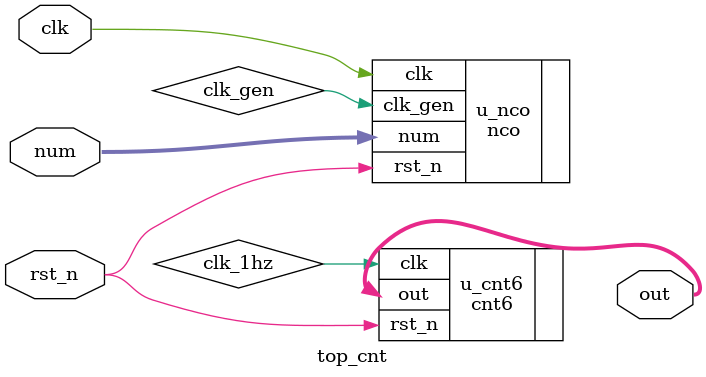
<source format=v>
module top_cnt( out, 
		num, 
		clk, 
		rst_n);

output [5:0] out ;
input [31:0] num ; 
input clk ; 
input rst_n ;

wire clk_gen ;

nco 	u_nco( 	.clk_gen ( clk_gen ),
	 	.num ( num ), 
		.clk ( clk ), 
		.rst_n ( rst_n ));

cnt6 	u_cnt6( .out ( out ),
 		.clk ( clk_1hz ), 
		.rst_n ( rst_n ));
endmodule


</source>
